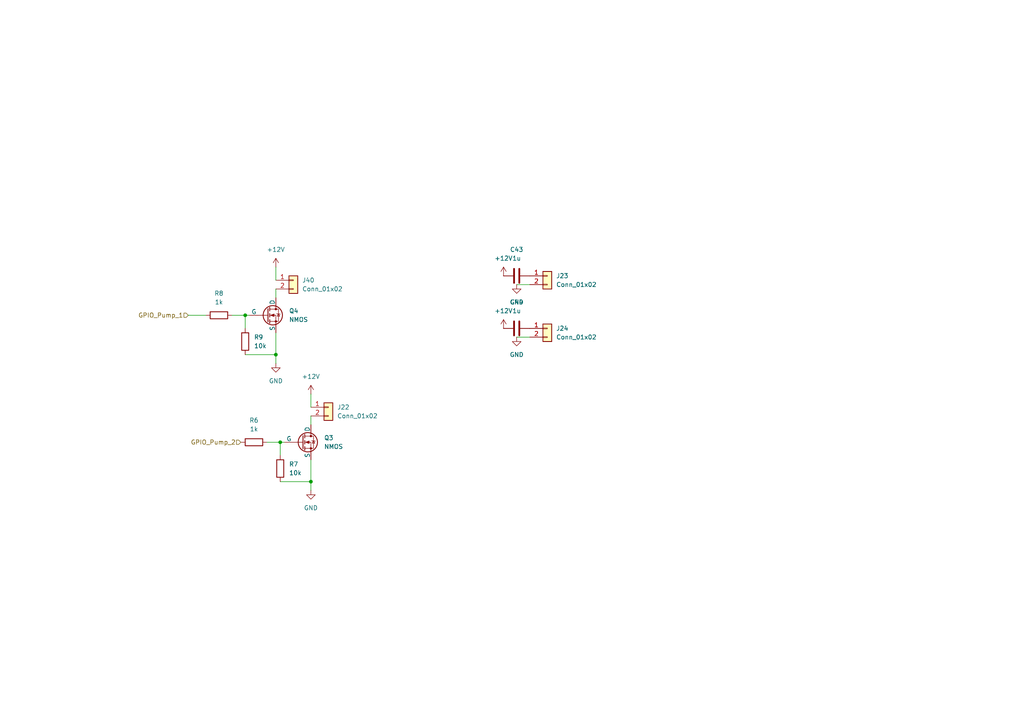
<source format=kicad_sch>
(kicad_sch (version 20250114) (generator "eeschema") (generator_version "9.0")
  (paper "A4")
  (lib_symbols
    (symbol "Connector_Generic:Conn_01x02" (pin_names (offset 1.016) (hide yes))
      (property "Reference" "J" (at 0 2.54 0))
      (property "Value" "Conn_01x02" (at 0 -5.08 0))
      (symbol "Conn_01x02_1_1"
        (rectangle (start -1.27 1.27) (end 1.27 -3.81) (stroke (width 0.254)) (fill (type background)))
        (rectangle (start -1.27 0.127) (end 0 -0.127) (stroke (width 0.1524)))
        (rectangle (start -1.27 -2.413) (end 0 -2.667) (stroke (width 0.1524)))
        (pin passive line (at -5.08 0 0) (length 3.81) (name "Pin_1") (number "1"))
        (pin passive line (at -5.08 -2.54 0) (length 3.81) (name "Pin_2") (number "2"))
      )
    )
    (symbol "Device:C" (pin_numbers (hide yes)) (pin_names (offset 0.254))
      (property "Reference" "C" (at 0.635 2.54 0))
      (property "Value" "C" (at 0.635 -2.54 0))
      (symbol "C_0_1"
        (polyline (pts (xy -2.032 0.762) (xy 2.032 0.762)) (stroke (width 0.508)))
        (polyline (pts (xy -2.032 -0.762) (xy 2.032 -0.762)) (stroke (width 0.508)))
      )
      (symbol "C_1_1"
        (pin passive line (at 0 3.81 270) (length 2.794) (name "~") (number "1"))
        (pin passive line (at 0 -3.81 90) (length 2.794) (name "~") (number "2"))
      )
    )
    (symbol "Device:R" (pin_numbers (hide yes)) (pin_names (offset 0))
      (property "Reference" "R" (at 2.032 0 90))
      (property "Value" "R" (at 0 0 90))
      (symbol "R_0_1"
        (rectangle (start -1.016 -2.54) (end 1.016 2.54) (stroke (width 0.254)))
      )
      (symbol "R_1_1"
        (pin passive line (at 0 3.81 270) (length 1.27) (name "~") (number "1"))
        (pin passive line (at 0 -3.81 90) (length 1.27) (name "~") (number "2"))
      )
    )
    (symbol "Simulation_SPICE:NMOS" (pin_numbers (hide yes)) (pin_names (offset 0))
      (property "Reference" "Q" (at 5.08 1.27 0))
      (property "Value" "NMOS" (at 5.08 -1.27 0))
      (symbol "NMOS_0_1"
        (polyline (pts (xy 0.254 1.905) (xy 0.254 -1.905)) (stroke (width 0.254)))
        (polyline (pts (xy 0.254 0) (xy -2.54 0)))
        (polyline (pts (xy 0.762 2.286) (xy 0.762 1.27)) (stroke (width 0.254)))
        (polyline (pts (xy 0.762 0.508) (xy 0.762 -0.508)) (stroke (width 0.254)))
        (polyline (pts (xy 0.762 -1.27) (xy 0.762 -2.286)) (stroke (width 0.254)))
        (polyline (pts (xy 0.762 -1.778) (xy 3.302 -1.778) (xy 3.302 1.778) (xy 0.762 1.778)))
        (polyline (pts (xy 1.016 0) (xy 2.032 0.381) (xy 2.032 -0.381) (xy 1.016 0)) (fill (type outline)))
        (circle (center 1.651 0) (radius 2.794) (stroke (width 0.254)))
        (polyline (pts (xy 2.54 2.54) (xy 2.54 1.778)))
        (circle (center 2.54 1.778) (radius 0.254) (fill (type outline)))
        (circle (center 2.54 -1.778) (radius 0.254) (fill (type outline)))
        (polyline (pts (xy 2.54 -2.54) (xy 2.54 0) (xy 0.762 0)))
        (polyline (pts (xy 2.794 0.508) (xy 2.921 0.381) (xy 3.683 0.381) (xy 3.81 0.254)))
        (polyline (pts (xy 3.302 0.381) (xy 2.921 -0.254) (xy 3.683 -0.254) (xy 3.302 0.381)))
      )
      (symbol "NMOS_1_1"
        (pin input line (at -5.08 0 0) (length 2.54) (name "G") (number "2"))
        (pin passive line (at 2.54 5.08 270) (length 2.54) (name "D") (number "1"))
        (pin passive line (at 2.54 -5.08 90) (length 2.54) (name "S") (number "3"))
      )
    )
    (symbol "power:+12V" (power) (pin_numbers (hide yes)) (pin_names (offset 0) (hide yes))
      (property "Value" "+12V" (at 0 3.556 0))
      (symbol "+12V_0_1"
        (polyline (pts (xy -0.762 1.27) (xy 0 2.54)))
        (polyline (pts (xy 0 2.54) (xy 0.762 1.27)))
        (polyline (pts (xy 0 0) (xy 0 2.54)))
      )
      (symbol "+12V_1_1"
        (pin power_in line (at 0 0 90) (length 0) (name "~") (number "1"))
      )
    )
    (symbol "power:GND" (power) (pin_numbers (hide yes)) (pin_names (offset 0) (hide yes))
      (property "Value" "GND" (at 0 -3.81 0))
      (symbol "GND_0_1"
        (polyline (pts (xy 0 0) (xy 0 -1.27) (xy 1.27 -1.27) (xy 0 -2.54) (xy -1.27 -1.27) (xy 0 -1.27)))
      )
      (symbol "GND_1_1"
        (pin power_in line (at 0 0 270) (length 0) (name "~") (number "1"))
      )
    )
  )
  (junction (at 81.28 128.27))
  (junction (at 71.12 91.44))
  (junction (at 80.01 102.87))
  (junction (at 90.17 139.7))
  (wire (pts (xy 90.17 139.7) (xy 90.17 133.35)))
  (wire (pts (xy 80.01 102.87) (xy 80.01 96.52)))
  (wire (pts (xy 81.28 128.27) (xy 82.55 128.27)))
  (wire (pts (xy 80.01 77.47) (xy 80.01 81.28)))
  (wire (pts (xy 90.17 114.3) (xy 90.17 118.11)))
  (wire (pts (xy 54.61 91.44) (xy 59.69 91.44)))
  (wire (pts (xy 71.12 91.44) (xy 72.39 91.44)))
  (wire (pts (xy 90.17 142.24) (xy 90.17 139.7)))
  (wire (pts (xy 71.12 95.25) (xy 71.12 91.44)))
  (wire (pts (xy 80.01 105.41) (xy 80.01 102.87)))
  (wire (pts (xy 81.28 132.08) (xy 81.28 128.27)))
  (wire (pts (xy 149.86 82.55) (xy 153.67 82.55)))
  (wire (pts (xy 71.12 102.87) (xy 80.01 102.87)))
  (wire (pts (xy 80.01 83.82) (xy 80.01 86.36)))
  (wire (pts (xy 77.47 128.27) (xy 81.28 128.27)))
  (wire (pts (xy 81.28 139.7) (xy 90.17 139.7)))
  (wire (pts (xy 90.17 120.65) (xy 90.17 123.19)))
  (wire (pts (xy 149.86 97.79) (xy 153.67 97.79)))
  (wire (pts (xy 67.31 91.44) (xy 71.12 91.44)))
  (hierarchical_label "GPIO_Pump_2" (shape input) (at 69.85 128.27 180))
  (hierarchical_label "GPIO_Pump_1" (shape input) (at 54.61 91.44 180))
  (symbol (lib_id "Device:C") (at 149.86 80.01 90) (unit 1)
    (property "Reference" "C43" (at 149.86 72.39 90))
    (property "Value" "1u" (at 149.86 74.93 90))
    (property "Footprint" "Capacitor_SMD:C_0603_1608Metric" (effects (hide yes)))
    (property "Description" "Unpolarized capacitor" (effects (hide yes)))
  )
  (symbol (lib_id "power:+12V") (at 80.01 77.47 0) (unit 1)
    (property "Reference" "#PWR096" (effects (hide yes)))
    (property "Value" "+12V" (at 80.01 72.39 0))
    (property "Description" "Power symbol creates a global label with name \"+12V\"" (effects (hide yes)))
  )
  (symbol (lib_id "Connector_Generic:Conn_01x02") (at 85.09 81.28 0) (unit 1)
    (property "Reference" "J40" (at 87.63 81.2799 0) (effects (justify left)))
    (property "Value" "Conn_01x02" (at 87.63 83.8199 0) (effects (justify left)))
    (property "Footprint" "Connector_JST:JST_EH_B2B-EH-A_1x02_P2.50mm_Vertical" (effects (hide yes)))
    (property "Description" "Generic connector, single row, 01x02, script generated (kicad-library-utils/schlib/autogen/connector/)" (effects (hide yes)))
  )
  (symbol (lib_id "Connector_Generic:Conn_01x02") (at 158.75 80.01 0) (unit 1)
    (property "Reference" "J23" (at 161.29 80.0099 0) (effects (justify left)))
    (property "Value" "Conn_01x02" (at 161.29 82.5499 0) (effects (justify left)))
    (property "Footprint" "Connector_JST:JST_EH_B2B-EH-A_1x02_P2.50mm_Vertical" (effects (hide yes)))
    (property "Description" "Generic connector, single row, 01x02, script generated (kicad-library-utils/schlib/autogen/connector/)" (effects (hide yes)))
  )
  (symbol (lib_id "Simulation_SPICE:NMOS") (at 87.63 128.27 0) (unit 1)
    (property "Reference" "Q3" (at 93.98 126.9999 0) (effects (justify left)))
    (property "Value" "NMOS" (at 93.98 129.5399 0) (effects (justify left)))
    (property "Footprint" "Package_TO_SOT_SMD:SOT-23" (effects (hide yes)))
    (property "Datasheet" "https://www.vishay.com/docs/67036/sq2310es.pdf" (effects (hide yes)))
    (property "Description" "N-MOSFET transistor, drain/source/gate" (effects (hide yes)))
    (property "Sim.Device" "NMOS" (effects (hide yes)))
    (property "Sim.Type" "VDMOS" (effects (hide yes)))
    (property "Sim.Pins" "1=D 2=G 3=S" (effects (hide yes)))
    (property "MPN" "SQ2310ES" (effects (hide yes)))
  )
  (symbol (lib_id "Connector_Generic:Conn_01x02") (at 95.25 118.11 0) (unit 1)
    (property "Reference" "J22" (at 97.79 118.1099 0) (effects (justify left)))
    (property "Value" "Conn_01x02" (at 97.79 120.6499 0) (effects (justify left)))
    (property "Footprint" "Connector_JST:JST_EH_B2B-EH-A_1x02_P2.50mm_Vertical" (effects (hide yes)))
    (property "Description" "Generic connector, single row, 01x02, script generated (kicad-library-utils/schlib/autogen/connector/)" (effects (hide yes)))
  )
  (symbol (lib_id "power:GND") (at 149.86 82.55 0) (unit 1)
    (property "Reference" "#PWR049" (effects (hide yes)))
    (property "Value" "GND" (at 149.86 87.63 0))
    (property "Description" "Power symbol creates a global label with name \"GND\" , ground" (effects (hide yes)))
  )
  (symbol (lib_id "power:+12V") (at 90.17 114.3 0) (unit 1)
    (property "Reference" "#PWR094" (effects (hide yes)))
    (property "Value" "+12V" (at 90.17 109.22 0))
    (property "Description" "Power symbol creates a global label with name \"+12V\"" (effects (hide yes)))
  )
  (symbol (lib_id "power:GND") (at 80.01 105.41 0) (unit 1)
    (property "Reference" "#PWR097" (effects (hide yes)))
    (property "Value" "GND" (at 80.01 110.49 0))
    (property "Description" "Power symbol creates a global label with name \"GND\" , ground" (effects (hide yes)))
  )
  (symbol (lib_id "power:GND") (at 90.17 142.24 0) (unit 1)
    (property "Reference" "#PWR095" (effects (hide yes)))
    (property "Value" "GND" (at 90.17 147.32 0))
    (property "Description" "Power symbol creates a global label with name \"GND\" , ground" (effects (hide yes)))
  )
  (symbol (lib_id "Device:R") (at 71.12 99.06 0) (unit 1)
    (property "Reference" "R9" (at 73.66 97.7899 0) (effects (justify left)))
    (property "Value" "10k" (at 73.66 100.3299 0) (effects (justify left)))
    (property "Footprint" "Resistor_SMD:R_0402_1005Metric" (effects (hide yes)))
    (property "Description" "Resistor" (effects (hide yes)))
  )
  (symbol (lib_id "power:GND") (at 149.86 97.79 0) (unit 1)
    (property "Reference" "#PWR051" (effects (hide yes)))
    (property "Value" "GND" (at 149.86 102.87 0))
    (property "Description" "Power symbol creates a global label with name \"GND\" , ground" (effects (hide yes)))
  )
  (symbol (lib_id "power:+12V") (at 146.05 80.01 0) (unit 1)
    (property "Reference" "#PWR048" (effects (hide yes)))
    (property "Value" "+12V" (at 146.05 74.93 0))
    (property "Description" "Power symbol creates a global label with name \"+12V\"" (effects (hide yes)))
  )
  (symbol (lib_id "power:+12V") (at 146.05 95.25 0) (unit 1)
    (property "Reference" "#PWR050" (effects (hide yes)))
    (property "Value" "+12V" (at 146.05 90.17 0))
    (property "Description" "Power symbol creates a global label with name \"+12V\"" (effects (hide yes)))
  )
  (symbol (lib_id "Device:R") (at 63.5 91.44 270) (unit 1)
    (property "Reference" "R8" (at 63.5 85.09 90))
    (property "Value" "1k" (at 63.5 87.63 90))
    (property "Footprint" "Resistor_SMD:R_0402_1005Metric" (effects (hide yes)))
    (property "Description" "Resistor" (effects (hide yes)))
  )
  (symbol (lib_id "Connector_Generic:Conn_01x02") (at 158.75 95.25 0) (unit 1)
    (property "Reference" "J24" (at 161.29 95.2499 0) (effects (justify left)))
    (property "Value" "Conn_01x02" (at 161.29 97.7899 0) (effects (justify left)))
    (property "Footprint" "Connector_JST:JST_EH_B2B-EH-A_1x02_P2.50mm_Vertical" (effects (hide yes)))
    (property "Description" "Generic connector, single row, 01x02, script generated (kicad-library-utils/schlib/autogen/connector/)" (effects (hide yes)))
  )
  (symbol (lib_id "Device:C") (at 149.86 95.25 90) (unit 1)
    (property "Reference" "C44" (at 149.86 87.63 90))
    (property "Value" "1u" (at 149.86 90.17 90))
    (property "Footprint" "Capacitor_SMD:C_0603_1608Metric" (effects (hide yes)))
    (property "Description" "Unpolarized capacitor" (effects (hide yes)))
  )
  (symbol (lib_id "Device:R") (at 81.28 135.89 0) (unit 1)
    (property "Reference" "R7" (at 83.82 134.6199 0) (effects (justify left)))
    (property "Value" "10k" (at 83.82 137.1599 0) (effects (justify left)))
    (property "Footprint" "Resistor_SMD:R_0402_1005Metric" (effects (hide yes)))
    (property "Description" "Resistor" (effects (hide yes)))
  )
  (symbol (lib_id "Device:R") (at 73.66 128.27 270) (unit 1)
    (property "Reference" "R6" (at 73.66 121.92 90))
    (property "Value" "1k" (at 73.66 124.46 90))
    (property "Footprint" "Resistor_SMD:R_0402_1005Metric" (effects (hide yes)))
    (property "Description" "Resistor" (effects (hide yes)))
  )
  (symbol (lib_id "Simulation_SPICE:NMOS") (at 77.47 91.44 0) (unit 1)
    (property "Reference" "Q4" (at 83.82 90.1699 0) (effects (justify left)))
    (property "Value" "NMOS" (at 83.82 92.7099 0) (effects (justify left)))
    (property "Footprint" "Package_TO_SOT_SMD:SOT-23" (effects (hide yes)))
    (property "Datasheet" "https://www.vishay.com/docs/67036/sq2310es.pdf" (effects (hide yes)))
    (property "Description" "N-MOSFET transistor, drain/source/gate" (effects (hide yes)))
    (property "Sim.Device" "NMOS" (effects (hide yes)))
    (property "Sim.Type" "VDMOS" (effects (hide yes)))
    (property "Sim.Pins" "1=D 2=G 3=S" (effects (hide yes)))
    (property "MPN" "SQ2310ES" (effects (hide yes)))
  )
)
</source>
